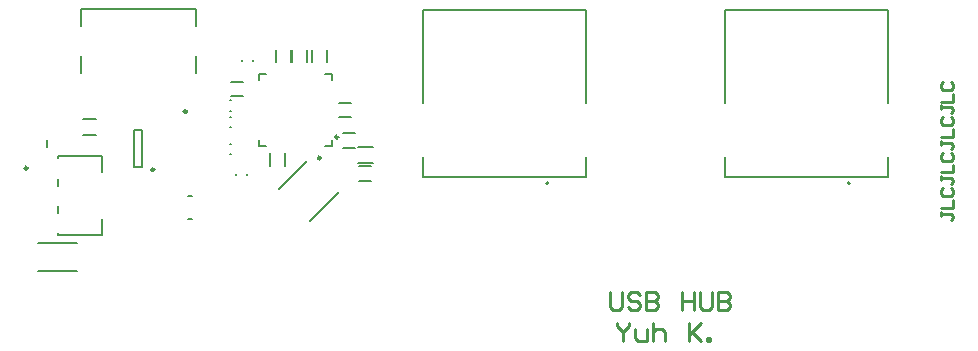
<source format=gto>
G04*
G04 #@! TF.GenerationSoftware,Altium Limited,Altium Designer,23.5.1 (21)*
G04*
G04 Layer_Color=65535*
%FSLAX44Y44*%
%MOMM*%
G71*
G04*
G04 #@! TF.SameCoordinates,10AFCB3B-55C8-42C2-B7EA-D5DD10926C34*
G04*
G04*
G04 #@! TF.FilePolarity,Positive*
G04*
G01*
G75*
%ADD10C,0.2000*%
%ADD11C,0.2500*%
%ADD12C,0.1500*%
%ADD13C,0.2540*%
D10*
X646460Y1126940D02*
G03*
X646460Y1126940I-1000J0D01*
G01*
X901870D02*
G03*
X901870Y1126940I-1000J0D01*
G01*
X540460Y1132140D02*
X678460D01*
X540460Y1273740D02*
X678460D01*
Y1132140D02*
Y1148740D01*
Y1194640D02*
Y1273740D01*
X540460Y1132140D02*
Y1148740D01*
Y1194640D02*
Y1273740D01*
X472270Y1157070D02*
X482770D01*
X472270Y1169570D02*
X482770D01*
X485128Y1157370D02*
X497852D01*
X485128Y1143870D02*
X497852D01*
X795870Y1194640D02*
Y1273740D01*
Y1132140D02*
Y1148740D01*
X933870Y1194640D02*
Y1273740D01*
Y1132140D02*
Y1148740D01*
X795870Y1273740D02*
X933870D01*
X795870Y1132140D02*
X933870D01*
X347852Y1219759D02*
Y1234559D01*
Y1260059D02*
Y1274059D01*
X250552D02*
X347852D01*
X250552Y1219759D02*
Y1234559D01*
Y1260059D02*
Y1274059D01*
X296041Y1140803D02*
Y1171803D01*
X302041Y1140803D02*
Y1171803D01*
X296041D02*
X302041D01*
X296041Y1140803D02*
X302041D01*
X377380Y1212940D02*
X387880D01*
X377380Y1200440D02*
X387880D01*
X252417Y1181413D02*
X263417D01*
X252310Y1168000D02*
X263310D01*
X231690Y1149830D02*
X268690D01*
Y1082830D02*
Y1096330D01*
Y1136330D02*
Y1149830D01*
X231690Y1082830D02*
X268690D01*
X231690D02*
Y1084830D01*
Y1101830D02*
Y1107830D01*
Y1124830D02*
Y1130830D01*
Y1147830D02*
Y1149830D01*
X214609Y1052479D02*
X247671D01*
X214609Y1076041D02*
X247671D01*
X222250Y1157780D02*
Y1163780D01*
X486240Y1141630D02*
X496740D01*
X486240Y1129130D02*
X496740D01*
X444827Y1095051D02*
X468869Y1119093D01*
X418311Y1121568D02*
X442353Y1145609D01*
X458730Y1229380D02*
Y1239880D01*
X446230Y1229380D02*
Y1239880D01*
X396020Y1230570D02*
Y1231070D01*
X387020Y1230570D02*
Y1231070D01*
X468820Y1182660D02*
X479320D01*
X468820Y1195160D02*
X479320D01*
X462910Y1158160D02*
Y1163760D01*
Y1214060D02*
Y1219660D01*
X401410D02*
X407010D01*
X457310D02*
X462910D01*
X401410Y1158160D02*
Y1163760D01*
Y1214060D02*
Y1219660D01*
Y1158160D02*
X407010D01*
X457310D02*
X462910D01*
X377300Y1197220D02*
X377800D01*
X377300Y1188220D02*
X377800D01*
X410670Y1141750D02*
Y1152250D01*
X423170Y1141750D02*
Y1152250D01*
X381940Y1134050D02*
Y1134550D01*
X390940Y1134050D02*
Y1134550D01*
X377300Y1151390D02*
X377800D01*
X377300Y1160390D02*
X377800D01*
X377300Y1174250D02*
X377800D01*
X377300Y1183250D02*
X377800D01*
X429720Y1229380D02*
Y1239880D01*
X442220Y1229380D02*
Y1239880D01*
X428250Y1229380D02*
Y1239880D01*
X415750Y1229380D02*
Y1239880D01*
D11*
X340340Y1187450D02*
G03*
X340340Y1187450I-1250J0D01*
G01*
X312791Y1138303D02*
G03*
X312791Y1138303I-1250J0D01*
G01*
X205690Y1139580D02*
G03*
X205690Y1139580I-1250J0D01*
G01*
X453730Y1148270D02*
G03*
X453730Y1148270I-1250J0D01*
G01*
X468610Y1165860D02*
G03*
X468610Y1165860I-1250J0D01*
G01*
D12*
X340980Y1096450D02*
X344980D01*
X341012Y1116055D02*
X345012D01*
D13*
X698500Y1035045D02*
Y1022349D01*
X701039Y1019810D01*
X706117D01*
X708657Y1022349D01*
Y1035045D01*
X723892Y1032506D02*
X721353Y1035045D01*
X716274D01*
X713735Y1032506D01*
Y1029967D01*
X716274Y1027428D01*
X721353D01*
X723892Y1024888D01*
Y1022349D01*
X721353Y1019810D01*
X716274D01*
X713735Y1022349D01*
X728970Y1035045D02*
Y1019810D01*
X736588D01*
X739127Y1022349D01*
Y1024888D01*
X736588Y1027428D01*
X728970D01*
X736588D01*
X739127Y1029967D01*
Y1032506D01*
X736588Y1035045D01*
X728970D01*
X759440D02*
Y1019810D01*
Y1027428D01*
X769597D01*
Y1035045D01*
Y1019810D01*
X774675Y1035045D02*
Y1022349D01*
X777215Y1019810D01*
X782293D01*
X784832Y1022349D01*
Y1035045D01*
X789910D02*
Y1019810D01*
X797528D01*
X800067Y1022349D01*
Y1024888D01*
X797528Y1027428D01*
X789910D01*
X797528D01*
X800067Y1029967D01*
Y1032506D01*
X797528Y1035045D01*
X789910D01*
X979333Y1102674D02*
Y1099342D01*
Y1101008D01*
X987664D01*
X989330Y1099342D01*
Y1097676D01*
X987664Y1096010D01*
X979333Y1106007D02*
X989330D01*
Y1112671D01*
X980999Y1122668D02*
X979333Y1121002D01*
Y1117670D01*
X980999Y1116004D01*
X987664D01*
X989330Y1117670D01*
Y1121002D01*
X987664Y1122668D01*
X979333Y1132665D02*
Y1129333D01*
Y1130999D01*
X987664D01*
X989330Y1129333D01*
Y1127666D01*
X987664Y1126000D01*
X979333Y1135997D02*
X989330D01*
Y1142662D01*
X980999Y1152658D02*
X979333Y1150992D01*
Y1147660D01*
X980999Y1145994D01*
X987664D01*
X989330Y1147660D01*
Y1150992D01*
X987664Y1152658D01*
X979333Y1162655D02*
Y1159323D01*
Y1160989D01*
X987664D01*
X989330Y1159323D01*
Y1157657D01*
X987664Y1155991D01*
X979333Y1165987D02*
X989330D01*
Y1172652D01*
X980999Y1182649D02*
X979333Y1180983D01*
Y1177650D01*
X980999Y1175984D01*
X987664D01*
X989330Y1177650D01*
Y1180983D01*
X987664Y1182649D01*
X979333Y1192645D02*
Y1189313D01*
Y1190979D01*
X987664D01*
X989330Y1189313D01*
Y1187647D01*
X987664Y1185981D01*
X979333Y1195978D02*
X989330D01*
Y1202642D01*
X980999Y1212639D02*
X979333Y1210973D01*
Y1207641D01*
X980999Y1205975D01*
X987664D01*
X989330Y1207641D01*
Y1210973D01*
X987664Y1212639D01*
X704850Y1008375D02*
Y1005836D01*
X709928Y1000758D01*
X715007Y1005836D01*
Y1008375D01*
X709928Y1000758D02*
Y993140D01*
X720085Y1003297D02*
Y995679D01*
X722624Y993140D01*
X730242D01*
Y1003297D01*
X735320Y1008375D02*
Y993140D01*
Y1000758D01*
X737859Y1003297D01*
X742938D01*
X745477Y1000758D01*
Y993140D01*
X765790Y1008375D02*
Y993140D01*
Y998218D01*
X775947Y1008375D01*
X768329Y1000758D01*
X775947Y993140D01*
X781025D02*
Y995679D01*
X783565D01*
Y993140D01*
X781025D01*
M02*

</source>
